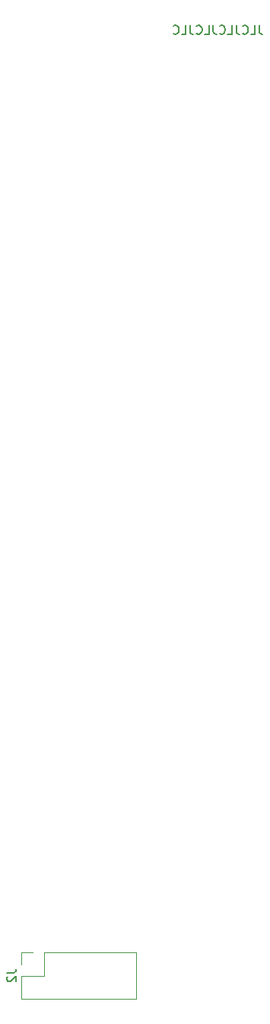
<source format=gbo>
G04 #@! TF.GenerationSoftware,KiCad,Pcbnew,(6.0.0)*
G04 #@! TF.CreationDate,2022-02-14T14:07:25+01:00*
G04 #@! TF.ProjectId,Basic-mixer,42617369-632d-46d6-9978-65722e6b6963,rev?*
G04 #@! TF.SameCoordinates,Original*
G04 #@! TF.FileFunction,Legend,Bot*
G04 #@! TF.FilePolarity,Positive*
%FSLAX46Y46*%
G04 Gerber Fmt 4.6, Leading zero omitted, Abs format (unit mm)*
G04 Created by KiCad (PCBNEW (6.0.0)) date 2022-02-14 14:07:25*
%MOMM*%
%LPD*%
G01*
G04 APERTURE LIST*
%ADD10C,0.150000*%
%ADD11C,0.120000*%
%ADD12C,4.000000*%
%ADD13C,1.800000*%
%ADD14R,1.600000X1.600000*%
%ADD15C,1.600000*%
%ADD16O,3.700000X2.400000*%
%ADD17O,1.600000X1.600000*%
%ADD18R,1.800000X1.800000*%
%ADD19R,1.930000X1.830000*%
%ADD20C,2.130000*%
%ADD21R,1.700000X1.700000*%
%ADD22O,1.700000X1.700000*%
G04 APERTURE END LIST*
D10*
X69119047Y-31452380D02*
X69119047Y-32166666D01*
X69166666Y-32309523D01*
X69261904Y-32404761D01*
X69404761Y-32452380D01*
X69500000Y-32452380D01*
X68166666Y-32452380D02*
X68642857Y-32452380D01*
X68642857Y-31452380D01*
X67261904Y-32357142D02*
X67309523Y-32404761D01*
X67452380Y-32452380D01*
X67547619Y-32452380D01*
X67690476Y-32404761D01*
X67785714Y-32309523D01*
X67833333Y-32214285D01*
X67880952Y-32023809D01*
X67880952Y-31880952D01*
X67833333Y-31690476D01*
X67785714Y-31595238D01*
X67690476Y-31500000D01*
X67547619Y-31452380D01*
X67452380Y-31452380D01*
X67309523Y-31500000D01*
X67261904Y-31547619D01*
X66547619Y-31452380D02*
X66547619Y-32166666D01*
X66595238Y-32309523D01*
X66690476Y-32404761D01*
X66833333Y-32452380D01*
X66928571Y-32452380D01*
X65595238Y-32452380D02*
X66071428Y-32452380D01*
X66071428Y-31452380D01*
X64690476Y-32357142D02*
X64738095Y-32404761D01*
X64880952Y-32452380D01*
X64976190Y-32452380D01*
X65119047Y-32404761D01*
X65214285Y-32309523D01*
X65261904Y-32214285D01*
X65309523Y-32023809D01*
X65309523Y-31880952D01*
X65261904Y-31690476D01*
X65214285Y-31595238D01*
X65119047Y-31500000D01*
X64976190Y-31452380D01*
X64880952Y-31452380D01*
X64738095Y-31500000D01*
X64690476Y-31547619D01*
X63976190Y-31452380D02*
X63976190Y-32166666D01*
X64023809Y-32309523D01*
X64119047Y-32404761D01*
X64261904Y-32452380D01*
X64357142Y-32452380D01*
X63023809Y-32452380D02*
X63500000Y-32452380D01*
X63500000Y-31452380D01*
X62119047Y-32357142D02*
X62166666Y-32404761D01*
X62309523Y-32452380D01*
X62404761Y-32452380D01*
X62547619Y-32404761D01*
X62642857Y-32309523D01*
X62690476Y-32214285D01*
X62738095Y-32023809D01*
X62738095Y-31880952D01*
X62690476Y-31690476D01*
X62642857Y-31595238D01*
X62547619Y-31500000D01*
X62404761Y-31452380D01*
X62309523Y-31452380D01*
X62166666Y-31500000D01*
X62119047Y-31547619D01*
X61404761Y-31452380D02*
X61404761Y-32166666D01*
X61452380Y-32309523D01*
X61547619Y-32404761D01*
X61690476Y-32452380D01*
X61785714Y-32452380D01*
X60452380Y-32452380D02*
X60928571Y-32452380D01*
X60928571Y-31452380D01*
X59547619Y-32357142D02*
X59595238Y-32404761D01*
X59738095Y-32452380D01*
X59833333Y-32452380D01*
X59976190Y-32404761D01*
X60071428Y-32309523D01*
X60119047Y-32214285D01*
X60166666Y-32023809D01*
X60166666Y-31880952D01*
X60119047Y-31690476D01*
X60071428Y-31595238D01*
X59976190Y-31500000D01*
X59833333Y-31452380D01*
X59738095Y-31452380D01*
X59595238Y-31500000D01*
X59547619Y-31547619D01*
X41047380Y-136661666D02*
X41761666Y-136661666D01*
X41904523Y-136614047D01*
X41999761Y-136518809D01*
X42047380Y-136375952D01*
X42047380Y-136280714D01*
X41142619Y-137090238D02*
X41095000Y-137137857D01*
X41047380Y-137233095D01*
X41047380Y-137471190D01*
X41095000Y-137566428D01*
X41142619Y-137614047D01*
X41237857Y-137661666D01*
X41333095Y-137661666D01*
X41475952Y-137614047D01*
X42047380Y-137042619D01*
X42047380Y-137661666D01*
D11*
X42595000Y-136995000D02*
X42595000Y-139595000D01*
X45195000Y-136995000D02*
X42595000Y-136995000D01*
X42595000Y-139595000D02*
X55415000Y-139595000D01*
X45195000Y-134395000D02*
X45195000Y-136995000D01*
X55415000Y-134395000D02*
X55415000Y-139595000D01*
X42595000Y-134395000D02*
X42595000Y-135725000D01*
X43925000Y-134395000D02*
X42595000Y-134395000D01*
X45195000Y-134395000D02*
X55415000Y-134395000D01*
%LPC*%
D12*
X65400000Y-85550000D03*
X56600000Y-85550000D03*
D13*
X63500000Y-92550000D03*
X61000000Y-92550000D03*
X58500000Y-92550000D03*
D12*
X65400000Y-108050000D03*
X56600000Y-108050000D03*
D13*
X63500000Y-115050000D03*
X61000000Y-115050000D03*
X58500000Y-115050000D03*
D14*
X32044888Y-120500000D03*
D15*
X34044888Y-120500000D03*
D16*
X44100000Y-102800000D03*
X44100000Y-107500000D03*
X44100000Y-112200000D03*
X48900000Y-102800000D03*
X48900000Y-107500000D03*
X48900000Y-112200000D03*
D15*
X44420000Y-123000000D03*
D17*
X54580000Y-123000000D03*
D18*
X45225000Y-72500000D03*
D13*
X47765000Y-72500000D03*
D15*
X68080000Y-118500000D03*
D17*
X57920000Y-118500000D03*
D14*
X53500000Y-96000000D03*
D15*
X51500000Y-96000000D03*
X68080000Y-96000000D03*
D17*
X57920000Y-96000000D03*
D12*
X65400000Y-63050000D03*
X56600000Y-63050000D03*
D13*
X63500000Y-70050000D03*
X61000000Y-70050000D03*
X58500000Y-70050000D03*
D15*
X31920000Y-48500000D03*
D17*
X42080000Y-48500000D03*
D15*
X31920000Y-116000000D03*
D17*
X42080000Y-116000000D03*
D18*
X45225000Y-95000000D03*
D13*
X47765000Y-95000000D03*
D15*
X31920000Y-71000000D03*
D17*
X42080000Y-71000000D03*
D14*
X67000000Y-137044887D03*
D15*
X67000000Y-139044887D03*
D19*
X35500000Y-101000000D03*
D20*
X35500000Y-112400000D03*
X35500000Y-104100000D03*
D15*
X44420000Y-130000000D03*
D17*
X54580000Y-130000000D03*
D16*
X44100000Y-35300000D03*
X44100000Y-40000000D03*
X44100000Y-44700000D03*
X48900000Y-35300000D03*
X48900000Y-40000000D03*
X48900000Y-44700000D03*
D12*
X56600000Y-40550000D03*
X65400000Y-40550000D03*
D13*
X63500000Y-47550000D03*
X61000000Y-47550000D03*
X58500000Y-47550000D03*
D15*
X31920000Y-93500000D03*
D17*
X42080000Y-93500000D03*
D18*
X45225000Y-117500000D03*
D13*
X47765000Y-117500000D03*
D15*
X68080000Y-73500000D03*
D17*
X57920000Y-73500000D03*
D14*
X53455112Y-118500000D03*
D15*
X51455112Y-118500000D03*
X68080000Y-51000000D03*
D17*
X57920000Y-51000000D03*
D19*
X35500000Y-56000000D03*
D20*
X35500000Y-67400000D03*
X35500000Y-59100000D03*
D16*
X44100000Y-80300000D03*
X44100000Y-85000000D03*
X44100000Y-89700000D03*
X48900000Y-80300000D03*
X48900000Y-85000000D03*
X48900000Y-89700000D03*
X44100000Y-57800000D03*
X44100000Y-62500000D03*
X44100000Y-67200000D03*
X48900000Y-57800000D03*
X48900000Y-62500000D03*
X48900000Y-67200000D03*
D19*
X35500000Y-33500000D03*
D20*
X35500000Y-44900000D03*
X35500000Y-36600000D03*
D15*
X54580000Y-126500000D03*
D17*
X44420000Y-126500000D03*
D18*
X45225000Y-50000000D03*
D13*
X47765000Y-50000000D03*
D14*
X53455113Y-51000000D03*
D15*
X51455113Y-51000000D03*
D14*
X53455112Y-73500000D03*
D15*
X51455112Y-73500000D03*
D14*
X36500000Y-137500000D03*
D15*
X38500000Y-137500000D03*
D19*
X35500000Y-78500000D03*
D20*
X35500000Y-89900000D03*
X35500000Y-81600000D03*
D14*
X32700000Y-132800000D03*
D17*
X35240000Y-132800000D03*
X37780000Y-132800000D03*
X40320000Y-132800000D03*
X40320000Y-125180000D03*
X37780000Y-125180000D03*
X35240000Y-125180000D03*
X32700000Y-125180000D03*
D19*
X61000000Y-122000000D03*
D20*
X61000000Y-133400000D03*
X61000000Y-125100000D03*
D21*
X43925000Y-135725000D03*
D22*
X43925000Y-138265000D03*
X46465000Y-135725000D03*
X46465000Y-138265000D03*
X49005000Y-135725000D03*
X49005000Y-138265000D03*
X51545000Y-135725000D03*
X51545000Y-138265000D03*
X54085000Y-135725000D03*
X54085000Y-138265000D03*
M02*

</source>
